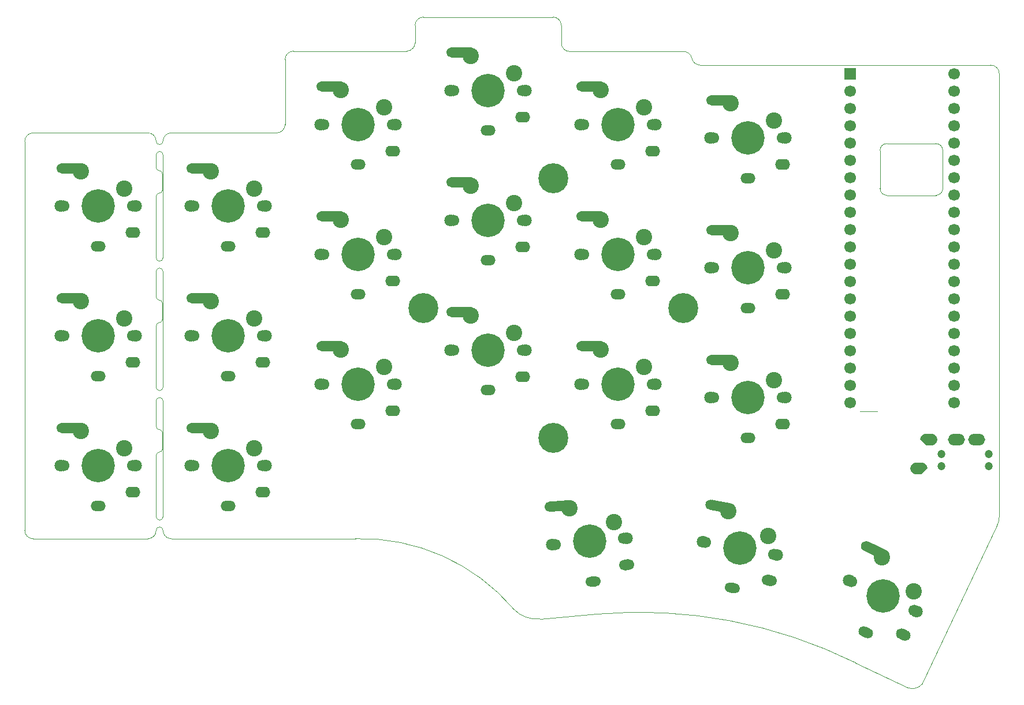
<source format=gts>
%TF.GenerationSoftware,KiCad,Pcbnew,(7.0.0-0)*%
%TF.CreationDate,2023-05-18T18:53:27-07:00*%
%TF.ProjectId,Cantor_MX,43616e74-6f72-45f4-9d58-2e6b69636164,rev1.0*%
%TF.SameCoordinates,PX78114e0PY44b6550*%
%TF.FileFunction,Soldermask,Top*%
%TF.FilePolarity,Negative*%
%FSLAX46Y46*%
G04 Gerber Fmt 4.6, Leading zero omitted, Abs format (unit mm)*
G04 Created by KiCad (PCBNEW (7.0.0-0)) date 2023-05-18 18:53:27*
%MOMM*%
%LPD*%
G01*
G04 APERTURE LIST*
G04 Aperture macros list*
%AMHorizOval*
0 Thick line with rounded ends*
0 $1 width*
0 $2 $3 position (X,Y) of the first rounded end (center of the circle)*
0 $4 $5 position (X,Y) of the second rounded end (center of the circle)*
0 Add line between two ends*
20,1,$1,$2,$3,$4,$5,0*
0 Add two circle primitives to create the rounded ends*
1,1,$1,$2,$3*
1,1,$1,$4,$5*%
%AMFreePoly0*
4,1,28,-0.850000,0.400000,-0.842219,0.514750,-0.797860,0.693119,-0.716195,0.857783,-0.601041,1.001041,-0.457783,1.116195,-0.293119,1.197860,-0.114750,1.242219,0.000000,1.250000,0.850000,0.400000,0.850000,-0.400000,0.842219,-0.514750,0.797860,-0.693119,0.716195,-0.857783,0.601041,-1.001041,0.457783,-1.116195,0.293119,-1.197860,0.114750,-1.242219,0.000000,-1.250000,-0.114750,-1.242219,
-0.293119,-1.197860,-0.457783,-1.116195,-0.601041,-1.001041,-0.716195,-0.857783,-0.797860,-0.693119,-0.842219,-0.514750,-0.850000,-0.400000,-0.850000,0.400000,-0.850000,0.400000,$1*%
%AMFreePoly1*
4,1,28,-0.850000,0.400000,-0.842219,0.514750,-0.797860,0.693119,-0.716195,0.857783,-0.601041,1.001041,-0.457783,1.116195,-0.293119,1.197860,-0.114750,1.242219,0.000000,1.250000,0.114750,1.242219,0.293119,1.197860,0.457783,1.116195,0.601041,1.001041,0.716195,0.857783,0.797860,0.693119,0.842219,0.514750,0.850000,0.400000,0.850000,-0.400000,0.000000,-1.250000,-0.114750,-1.242219,
-0.293119,-1.197860,-0.457783,-1.116195,-0.601041,-1.001041,-0.716195,-0.857783,-0.797860,-0.693119,-0.842219,-0.514750,-0.850000,-0.400000,-0.850000,0.400000,-0.850000,0.400000,$1*%
G04 Aperture macros list end*
%ADD10C,0.120000*%
%ADD11C,1.800000*%
%ADD12C,1.700000*%
%ADD13C,4.900000*%
%ADD14C,2.400000*%
%ADD15O,2.200000X1.600000*%
%ADD16HorizOval,1.500000X1.449945X-0.012653X-1.449945X0.012653X0*%
%ADD17O,2.200000X1.500000*%
%ADD18HorizOval,1.600000X0.298858X0.026147X-0.298858X-0.026147X0*%
%ADD19HorizOval,1.500000X1.445530X0.113766X-1.445530X-0.113766X0*%
%ADD20HorizOval,1.500000X0.348668X0.030505X-0.348668X-0.030505X0*%
%ADD21C,1.200000*%
%ADD22FreePoly0,270.000000*%
%ADD23FreePoly1,270.000000*%
%ADD24O,2.500000X1.700000*%
%ADD25HorizOval,1.600000X0.271892X-0.126785X-0.271892X0.126785X0*%
%ADD26HorizOval,1.500000X1.308749X-0.624241X-1.308749X0.624241X0*%
%ADD27HorizOval,1.500000X0.317208X-0.147916X-0.317208X0.147916X0*%
%ADD28R,1.700000X1.700000*%
%ADD29C,4.400000*%
%ADD30HorizOval,1.600000X0.295442X-0.052094X-0.295442X0.052094X0*%
%ADD31HorizOval,1.500000X1.425720X-0.264242X-1.425720X0.264242X0*%
%ADD32HorizOval,1.500000X0.344683X-0.060777X-0.344683X0.060777X0*%
%TA.AperFunction,Profile*%
%ADD33C,0.100000*%
%TD*%
G04 APERTURE END LIST*
D10*
%TO.C,U1*%
X54525000Y-28080000D02*
X57065000Y-28080000D01*
%TD*%
D11*
%TO.C,K25*%
X32600000Y-26050000D03*
X32600000Y-26050000D03*
D12*
X33020000Y-26050000D03*
X33020000Y-26050000D03*
D13*
X38100000Y-26050000D03*
X38100000Y-26050000D03*
D12*
X43180000Y-26050000D03*
X43180000Y-26050000D03*
D11*
X43600000Y-26050000D03*
X43600000Y-26050000D03*
D14*
X41910000Y-23510000D03*
D15*
X43199999Y-29949999D03*
D16*
X34199957Y-20509598D03*
D14*
X35560000Y-20970000D03*
D17*
X38099999Y-31949999D03*
%TD*%
D11*
%TO.C,K24*%
X13550000Y-24050000D03*
X13550000Y-24050000D03*
D12*
X13970000Y-24050000D03*
X13970000Y-24050000D03*
D13*
X19050000Y-24050000D03*
X19050000Y-24050000D03*
D12*
X24130000Y-24050000D03*
X24130000Y-24050000D03*
D11*
X24550000Y-24050000D03*
X24550000Y-24050000D03*
D14*
X22860000Y-21510000D03*
D15*
X24149999Y-27949999D03*
D16*
X15149957Y-18509598D03*
D14*
X16510000Y-18970000D03*
D17*
X19049999Y-29949999D03*
%TD*%
D11*
%TO.C,K21*%
X-43600000Y-36050000D03*
X-43600000Y-36050000D03*
D12*
X-43180000Y-36050000D03*
X-43180000Y-36050000D03*
D13*
X-38100000Y-36050000D03*
X-38100000Y-36050000D03*
D12*
X-33020000Y-36050000D03*
X-33020000Y-36050000D03*
D11*
X-32600000Y-36050000D03*
X-32600000Y-36050000D03*
D14*
X-34290000Y-33510000D03*
D15*
X-32999999Y-39949999D03*
D16*
X-42000041Y-30509598D03*
D14*
X-40640000Y-30970000D03*
D17*
X-38099999Y-41949999D03*
%TD*%
D11*
%TO.C,K02*%
X-24550000Y14050000D03*
X-24550000Y14050000D03*
D12*
X-24130000Y14050000D03*
X-24130000Y14050000D03*
D13*
X-19050000Y14050000D03*
X-19050000Y14050000D03*
D12*
X-13970000Y14050000D03*
X-13970000Y14050000D03*
D11*
X-13550000Y14050000D03*
X-13550000Y14050000D03*
D14*
X-15240000Y16590000D03*
D15*
X-13949999Y10149999D03*
D16*
X-22950041Y19590400D03*
D14*
X-21590000Y19130000D03*
D17*
X-19049999Y8149999D03*
%TD*%
D11*
%TO.C,K10*%
X-62650000Y-17000000D03*
X-62650000Y-17000000D03*
D12*
X-62230000Y-17000000D03*
X-62230000Y-17000000D03*
D13*
X-57150000Y-17000000D03*
X-57150000Y-17000000D03*
D12*
X-52070000Y-17000000D03*
X-52070000Y-17000000D03*
D11*
X-51650000Y-17000000D03*
X-51650000Y-17000000D03*
D14*
X-53340000Y-14460000D03*
D15*
X-52049999Y-20899999D03*
D16*
X-61050041Y-11459598D03*
D14*
X-59690000Y-11920000D03*
D17*
X-57149999Y-22899999D03*
%TD*%
D11*
%TO.C,K04*%
X13550000Y14050000D03*
X13550000Y14050000D03*
D12*
X13970000Y14050000D03*
X13970000Y14050000D03*
D13*
X19050000Y14050000D03*
X19050000Y14050000D03*
D12*
X24130000Y14050000D03*
X24130000Y14050000D03*
D11*
X24550000Y14050000D03*
X24550000Y14050000D03*
D14*
X22860000Y16590000D03*
D15*
X24149999Y10149999D03*
D16*
X15149957Y19590400D03*
D14*
X16510000Y19130000D03*
D17*
X19049999Y8149999D03*
%TD*%
D11*
%TO.C,K12*%
X-24550000Y-5000000D03*
X-24550000Y-5000000D03*
D12*
X-24130000Y-5000000D03*
X-24130000Y-5000000D03*
D13*
X-19050000Y-5000000D03*
X-19050000Y-5000000D03*
D12*
X-13970000Y-5000000D03*
X-13970000Y-5000000D03*
D11*
X-13550000Y-5000000D03*
X-13550000Y-5000000D03*
D14*
X-15240000Y-2460000D03*
D15*
X-13949999Y-8899999D03*
D16*
X-22950041Y540400D03*
D14*
X-21590000Y80000D03*
D17*
X-19049999Y-10899999D03*
%TD*%
D11*
%TO.C,K30*%
X9420929Y-47629357D03*
X9420929Y-47629357D03*
D12*
X9839331Y-47592751D03*
X9839331Y-47592751D03*
D13*
X14900000Y-47150000D03*
X14900000Y-47150000D03*
D12*
X19960669Y-46707249D03*
X19960669Y-46707249D03*
D11*
X20379071Y-46670643D03*
X20379071Y-46670643D03*
D14*
X18474126Y-44287602D03*
D18*
X20320499Y-50590664D03*
D19*
X10531920Y-41970592D03*
D14*
X11926914Y-42310707D03*
D20*
X15414218Y-53027548D03*
%TD*%
D11*
%TO.C,K01*%
X-43600000Y2050000D03*
X-43600000Y2050000D03*
D12*
X-43180000Y2050000D03*
X-43180000Y2050000D03*
D13*
X-38100000Y2050000D03*
X-38100000Y2050000D03*
D12*
X-33020000Y2050000D03*
X-33020000Y2050000D03*
D11*
X-32600000Y2050000D03*
X-32600000Y2050000D03*
D14*
X-34290000Y4590000D03*
D15*
X-32999999Y-1849999D03*
D16*
X-42000041Y7590400D03*
D14*
X-40640000Y7130000D03*
D17*
X-38099999Y-3849999D03*
%TD*%
D11*
%TO.C,K14*%
X13550000Y-5000000D03*
X13550000Y-5000000D03*
D12*
X13970000Y-5000000D03*
X13970000Y-5000000D03*
D13*
X19050000Y-5000000D03*
X19050000Y-5000000D03*
D12*
X24130000Y-5000000D03*
X24130000Y-5000000D03*
D11*
X24550000Y-5000000D03*
X24550000Y-5000000D03*
D14*
X22860000Y-2460000D03*
D15*
X24149999Y-8899999D03*
D16*
X15149957Y540400D03*
D14*
X16510000Y80000D03*
D17*
X19049999Y-10899999D03*
%TD*%
D11*
%TO.C,K23*%
X-5500000Y-19050000D03*
X-5500000Y-19050000D03*
D12*
X-5080000Y-19050000D03*
X-5080000Y-19050000D03*
D13*
X0Y-19050000D03*
X0Y-19050000D03*
D12*
X5080000Y-19050000D03*
X5080000Y-19050000D03*
D11*
X5500000Y-19050000D03*
X5500000Y-19050000D03*
D14*
X3810000Y-16510000D03*
D15*
X5099999Y-22949999D03*
D16*
X-3900041Y-13509598D03*
D14*
X-2540000Y-13970000D03*
D17*
X0Y-24949999D03*
%TD*%
D11*
%TO.C,K03*%
X-5500000Y19050000D03*
X-5500000Y19050000D03*
D12*
X-5080000Y19050000D03*
X-5080000Y19050000D03*
D13*
X0Y19050000D03*
X0Y19050000D03*
D12*
X5080000Y19050000D03*
X5080000Y19050000D03*
D11*
X5500000Y19050000D03*
X5500000Y19050000D03*
D14*
X3810000Y21590000D03*
D15*
X5099999Y15149999D03*
D16*
X-3900041Y24590400D03*
D14*
X-2540000Y24130000D03*
D17*
X0Y13149999D03*
%TD*%
D11*
%TO.C,K22*%
X-24550000Y-24050000D03*
X-24550000Y-24050000D03*
D12*
X-24130000Y-24050000D03*
X-24130000Y-24050000D03*
D13*
X-19050000Y-24050000D03*
X-19050000Y-24050000D03*
D12*
X-13970000Y-24050000D03*
X-13970000Y-24050000D03*
D11*
X-13550000Y-24050000D03*
X-13550000Y-24050000D03*
D14*
X-15240000Y-21510000D03*
D15*
X-13949999Y-27949999D03*
D16*
X-22950041Y-18509598D03*
D14*
X-21590000Y-18970000D03*
D17*
X-19049999Y-29949999D03*
%TD*%
D21*
%TO.C,J1*%
X73460000Y-34320000D03*
X66460000Y-34320000D03*
X73460000Y-36070000D03*
X66460000Y-36070000D03*
D22*
X63159999Y-36419999D03*
D23*
X64659999Y-32219999D03*
D24*
X68659999Y-32219999D03*
X71659999Y-32219999D03*
%TD*%
D11*
%TO.C,K15*%
X32600000Y-7000000D03*
X32600000Y-7000000D03*
D12*
X33020000Y-7000000D03*
X33020000Y-7000000D03*
D13*
X38100000Y-7000000D03*
X38100000Y-7000000D03*
D12*
X43180000Y-7000000D03*
X43180000Y-7000000D03*
D11*
X43600000Y-7000000D03*
X43600000Y-7000000D03*
D14*
X41910000Y-4460000D03*
D15*
X43199999Y-10899999D03*
D16*
X34199957Y-1459598D03*
D14*
X35560000Y-1920000D03*
D17*
X38099999Y-12899999D03*
%TD*%
D11*
%TO.C,K32*%
X52915307Y-52825600D03*
X52915307Y-52825600D03*
D12*
X53295956Y-53003099D03*
X53295956Y-53003099D03*
D13*
X57900000Y-55150000D03*
X57900000Y-55150000D03*
D12*
X62504044Y-57296901D03*
X62504044Y-57296901D03*
D11*
X62884693Y-57474400D03*
X62884693Y-57474400D03*
D14*
X62426483Y-54458154D03*
D25*
X60873957Y-60839953D03*
D26*
X56706835Y-48480461D03*
D14*
X57744879Y-49472506D03*
D27*
X55406551Y-60497215D03*
%TD*%
D11*
%TO.C,K11*%
X-43600000Y-17000000D03*
X-43600000Y-17000000D03*
D12*
X-43180000Y-17000000D03*
X-43180000Y-17000000D03*
D13*
X-38100000Y-17000000D03*
X-38100000Y-17000000D03*
D12*
X-33020000Y-17000000D03*
X-33020000Y-17000000D03*
D11*
X-32600000Y-17000000D03*
X-32600000Y-17000000D03*
D14*
X-34290000Y-14460000D03*
D15*
X-32999999Y-20899999D03*
D16*
X-42000041Y-11459598D03*
D14*
X-40640000Y-11920000D03*
D17*
X-38099999Y-22899999D03*
%TD*%
D28*
%TO.C,U1*%
X53134999Y21429999D03*
D12*
X53135000Y18890000D03*
X53135000Y16350000D03*
X53135000Y13810000D03*
X53135000Y11270000D03*
X53135000Y8730000D03*
X53135000Y6190000D03*
X53135000Y3650000D03*
X53135000Y1110000D03*
X53135000Y-1430000D03*
X53135000Y-3970000D03*
X53135000Y-6510000D03*
X53135000Y-9050000D03*
X53135000Y-11590000D03*
X53135000Y-14130000D03*
X53135000Y-16670000D03*
X53135000Y-19210000D03*
X53135000Y-21750000D03*
X53135000Y-24290000D03*
X53135000Y-26830000D03*
X68375000Y-26830000D03*
X68375000Y-24290000D03*
X68375000Y-21750000D03*
X68375000Y-19210000D03*
X68375000Y-16670000D03*
X68375000Y-14130000D03*
X68375000Y-11590000D03*
X68375000Y-9050000D03*
X68375000Y-6510000D03*
X68375000Y-3970000D03*
X68375000Y-1430000D03*
X68375000Y1110000D03*
X68375000Y3650000D03*
X68375000Y6190000D03*
X68375000Y8730000D03*
X68375000Y11270000D03*
X68375000Y13810000D03*
X68375000Y16350000D03*
X68375000Y18890000D03*
X68375000Y21430000D03*
%TD*%
D11*
%TO.C,K05*%
X32600000Y12050000D03*
X32600000Y12050000D03*
D12*
X33020000Y12050000D03*
X33020000Y12050000D03*
D13*
X38100000Y12050000D03*
X38100000Y12050000D03*
D12*
X43180000Y12050000D03*
X43180000Y12050000D03*
D11*
X43600000Y12050000D03*
X43600000Y12050000D03*
D14*
X41910000Y14590000D03*
D15*
X43199999Y8149999D03*
D16*
X34199957Y17590400D03*
D14*
X35560000Y17130000D03*
D17*
X38099999Y6149999D03*
%TD*%
D11*
%TO.C,K20*%
X-62650000Y-36050000D03*
X-62650000Y-36050000D03*
D12*
X-62230000Y-36050000D03*
X-62230000Y-36050000D03*
D13*
X-57150000Y-36050000D03*
X-57150000Y-36050000D03*
D12*
X-52070000Y-36050000D03*
X-52070000Y-36050000D03*
D11*
X-51650000Y-36050000D03*
X-51650000Y-36050000D03*
D14*
X-53340000Y-33510000D03*
D15*
X-52049999Y-39949999D03*
D16*
X-61050041Y-30509598D03*
D14*
X-59690000Y-30970000D03*
D17*
X-57149999Y-41949999D03*
%TD*%
D11*
%TO.C,K13*%
X-5500000Y0D03*
X-5500000Y0D03*
D12*
X-5080000Y0D03*
X-5080000Y0D03*
D13*
X0Y0D03*
X0Y0D03*
D12*
X5080000Y0D03*
X5080000Y0D03*
D11*
X5500000Y0D03*
X5500000Y0D03*
D14*
X3810000Y2540000D03*
D15*
X5099999Y-3899999D03*
D16*
X-3900041Y5540400D03*
D14*
X-2540000Y5080000D03*
D17*
X0Y-5899999D03*
%TD*%
D11*
%TO.C,K00*%
X-62650000Y2050000D03*
X-62650000Y2050000D03*
D12*
X-62230000Y2050000D03*
X-62230000Y2050000D03*
D13*
X-57150000Y2050000D03*
X-57150000Y2050000D03*
D12*
X-52070000Y2050000D03*
X-52070000Y2050000D03*
D11*
X-51650000Y2050000D03*
X-51650000Y2050000D03*
D14*
X-53340000Y4590000D03*
D15*
X-52049999Y-1849999D03*
D16*
X-61050041Y7590400D03*
D14*
X-59690000Y7130000D03*
D17*
X-57149999Y-3849999D03*
%TD*%
D29*
%TO.C,REF\u002A\u002A*%
X-9480000Y-12910000D03*
X9570000Y6140000D03*
X9570000Y-31960000D03*
X28620000Y-12910000D03*
%TD*%
D11*
%TO.C,K31*%
X31483557Y-47194935D03*
X31483557Y-47194935D03*
D12*
X31897177Y-47267867D03*
X31897177Y-47267867D03*
D13*
X36900000Y-48150000D03*
X36900000Y-48150000D03*
D12*
X41902823Y-49032133D03*
X41902823Y-49032133D03*
D11*
X42316443Y-49105065D03*
X42316443Y-49105065D03*
D14*
X41093184Y-46310188D03*
D30*
X41245291Y-52876355D03*
D31*
X34021288Y-42016534D03*
D14*
X35280721Y-42706110D03*
D32*
X35875475Y-53960365D03*
%TD*%
D33*
X-48624915Y9581270D02*
X-48624891Y7740528D01*
X-48624931Y-15524363D02*
X-48624995Y-24525005D01*
X-11910000Y24806548D02*
G75*
G03*
X-10673448Y26043104I0J1236552D01*
G01*
X65685000Y3640000D02*
G75*
G03*
X66685000Y4640000I0J1000000D01*
G01*
X-47624995Y-24525005D02*
X-47624955Y-7526517D01*
X-46398448Y-46750000D02*
X-19400000Y-46750000D01*
X63630000Y-68110000D02*
X74635831Y-44865940D01*
X-47724893Y4374125D02*
X-47724893Y6840528D01*
X3789970Y-57090029D02*
G75*
G03*
X7610000Y-58539999I3440030J3305929D01*
G01*
X-48624976Y-34522846D02*
X-48625040Y-43523488D01*
X58485000Y11240000D02*
G75*
G03*
X57485000Y10240000I200J-1000200D01*
G01*
X57485000Y4640000D02*
X57485000Y10240000D01*
X29900001Y23770000D02*
G75*
G03*
X31110000Y22759999I1209999J219800D01*
G01*
X-47625000Y-26525000D02*
G75*
G03*
X-48125000Y-26025000I-500000J0D01*
G01*
X65685000Y3640000D02*
X58485000Y3640000D01*
X-48625000Y-26525000D02*
X-48624976Y-30256443D01*
X-48624955Y-7526517D02*
X-48624931Y-11257960D01*
X-46408363Y12807822D02*
X-30964374Y12807822D01*
X73670000Y22760000D02*
X31110000Y22760000D01*
X-48124931Y-15024369D02*
G75*
G03*
X-48624931Y-15524363I31J-500031D01*
G01*
X-48124976Y-34022922D02*
G75*
G03*
X-47724978Y-33622846I-24J400022D01*
G01*
X-10673448Y28570000D02*
X-10673448Y26043104D01*
X-9436896Y29806552D02*
X9530000Y29806552D01*
X-48125040Y-44023460D02*
G75*
G03*
X-47625040Y-43523488I40J499960D01*
G01*
X66677893Y10240000D02*
X66685000Y4640000D01*
X12003104Y24750000D02*
X28690000Y24750000D01*
X-48624891Y3474125D02*
X-48624955Y-5526517D01*
X-47624930Y9581270D02*
G75*
G03*
X-48124915Y10081270I-499970J30D01*
G01*
X-47724933Y-14624363D02*
X-47724933Y-12157960D01*
X74960028Y21510000D02*
G75*
G03*
X73670000Y22759999I-1241028J9900D01*
G01*
X-28480000Y24806552D02*
X-11910000Y24806552D01*
X74635824Y-44865936D02*
G75*
G03*
X74959999Y-43570000I-2650524J1351536D01*
G01*
X-48624917Y-5526517D02*
G75*
G03*
X-48124955Y-6026517I500017J17D01*
G01*
X-48625005Y-24525005D02*
G75*
G03*
X-48124995Y-25025005I500005J5D01*
G01*
X66677900Y10240000D02*
G75*
G03*
X65677893Y11240000I-1000000J0D01*
G01*
X-48125040Y-45023560D02*
G75*
G03*
X-48625040Y-45523488I-60J-499940D01*
G01*
X-47624939Y-45533448D02*
G75*
G03*
X-46398448Y-46749999I1216639J48D01*
G01*
X-48124931Y-15024367D02*
G75*
G03*
X-47724933Y-14624363I31J399967D01*
G01*
X-49841592Y-46750100D02*
G75*
G03*
X-48625040Y-45523488I-108J1216700D01*
G01*
X-48624933Y11591230D02*
G75*
G03*
X-48124915Y11081270I500033J-9830D01*
G01*
X-47625017Y-7526517D02*
G75*
G03*
X-48124955Y-7026517I-499983J17D01*
G01*
X-48624943Y-30256443D02*
G75*
G03*
X-48124976Y-30756443I499943J-57D01*
G01*
X-28480000Y24806527D02*
G75*
G03*
X-29730000Y23570000I-13400J-1236527D01*
G01*
X10766552Y28570000D02*
X10766552Y25980000D01*
X15940000Y-57820000D02*
X7610000Y-58540000D01*
X-47625040Y-43523488D02*
X-47625000Y-26525000D01*
X53910000Y-64960000D02*
X61613868Y-68641488D01*
X-67896540Y-45533448D02*
G75*
G03*
X-66670000Y-46750000I1216640J48D01*
G01*
X29900008Y23770002D02*
G75*
G03*
X28690000Y24750000I-1210008J-257002D01*
G01*
X-47724978Y-33622846D02*
X-47724978Y-31156443D01*
X-48124915Y10081315D02*
G75*
G03*
X-48624915Y9581270I15J-500015D01*
G01*
X-66660000Y12806552D02*
G75*
G03*
X-67896552Y11570000I0J-1236552D01*
G01*
X-30964374Y12807822D02*
G75*
G03*
X-29727822Y14044374I-26J1236578D01*
G01*
X58485000Y11240000D02*
X65677893Y11240000D01*
X-47724960Y-12157960D02*
G75*
G03*
X-48124931Y-11757960I-399940J60D01*
G01*
X-66660000Y12806552D02*
X-49851507Y12807782D01*
X10766583Y25980000D02*
G75*
G03*
X12003104Y24750000I1230017J0D01*
G01*
X-48124915Y11081215D02*
G75*
G03*
X-47624915Y11581270I15J499985D01*
G01*
X-47725043Y-31156443D02*
G75*
G03*
X-48124976Y-30756443I-399957J43D01*
G01*
X-48624872Y7740528D02*
G75*
G03*
X-48124891Y7240528I499972J-28D01*
G01*
X-48124955Y-6026445D02*
G75*
G03*
X-47624955Y-5526517I55J499945D01*
G01*
X-48624978Y11591230D02*
G75*
G03*
X-49851507Y12807782I-1216622J-30D01*
G01*
X-48124976Y-34022824D02*
G75*
G03*
X-48624976Y-34522846I-24J-499976D01*
G01*
X-47624983Y-45533448D02*
G75*
G03*
X-48125040Y-45023488I-500117J9748D01*
G01*
X-48124891Y3974093D02*
G75*
G03*
X-47724893Y4374125I-9J400007D01*
G01*
X-9436896Y29806548D02*
G75*
G03*
X-10673448Y28570000I-4J-1236548D01*
G01*
X-48624860Y-11257960D02*
G75*
G03*
X-48124931Y-11757960I499960J-40D01*
G01*
X-47724872Y6840528D02*
G75*
G03*
X-48124891Y7240528I-400028J-28D01*
G01*
X-48624988Y-43523488D02*
G75*
G03*
X-48125040Y-44023488I499988J-12D01*
G01*
X-46408363Y12807855D02*
G75*
G03*
X-47624914Y11581270I63J-1216655D01*
G01*
X57485001Y4640000D02*
G75*
G03*
X58485000Y3640001I1009999J10000D01*
G01*
X-48124891Y3974091D02*
G75*
G03*
X-48624891Y3474125I-9J-499991D01*
G01*
X-29730000Y23570000D02*
X-29727822Y14044374D01*
X3790002Y-57089998D02*
G75*
G03*
X-19400000Y-46750000I-22380702J-19019602D01*
G01*
X10766552Y28570000D02*
G75*
G03*
X9530000Y29806552I-1236552J0D01*
G01*
X-49841592Y-46750040D02*
X-66670000Y-46750000D01*
X-48124995Y-25025005D02*
G75*
G03*
X-47624995Y-24525005I-5J500005D01*
G01*
X-48124955Y-7026545D02*
G75*
G03*
X-48624955Y-7526517I-45J-499955D01*
G01*
X-48125000Y-26025000D02*
G75*
G03*
X-48625000Y-26525000I0J-500000D01*
G01*
X-47624955Y-5526517D02*
X-47624915Y9581270D01*
X74960000Y-43570000D02*
X74960000Y21510000D01*
X61613883Y-68641447D02*
G75*
G03*
X63629999Y-68109999I623117J1726047D01*
G01*
X-67896552Y-45533448D02*
X-67896552Y11570000D01*
X53910001Y-64959998D02*
G75*
G03*
X15940000Y-57820000I-31697901J-64036302D01*
G01*
M02*

</source>
